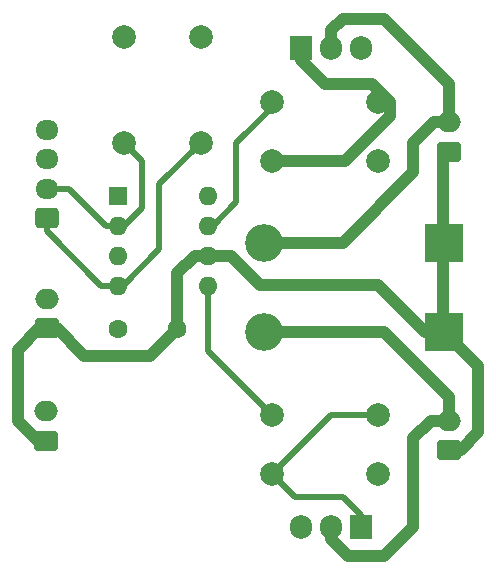
<source format=gtl>
G04 #@! TF.GenerationSoftware,KiCad,Pcbnew,(6.0.7)*
G04 #@! TF.CreationDate,2023-03-09T18:45:31+00:00*
G04 #@! TF.ProjectId,solenoid_driver,736f6c65-6e6f-4696-945f-647269766572,rev?*
G04 #@! TF.SameCoordinates,Original*
G04 #@! TF.FileFunction,Copper,L1,Top*
G04 #@! TF.FilePolarity,Positive*
%FSLAX46Y46*%
G04 Gerber Fmt 4.6, Leading zero omitted, Abs format (unit mm)*
G04 Created by KiCad (PCBNEW (6.0.7)) date 2023-03-09 18:45:31*
%MOMM*%
%LPD*%
G01*
G04 APERTURE LIST*
G04 Aperture macros list*
%AMRoundRect*
0 Rectangle with rounded corners*
0 $1 Rounding radius*
0 $2 $3 $4 $5 $6 $7 $8 $9 X,Y pos of 4 corners*
0 Add a 4 corners polygon primitive as box body*
4,1,4,$2,$3,$4,$5,$6,$7,$8,$9,$2,$3,0*
0 Add four circle primitives for the rounded corners*
1,1,$1+$1,$2,$3*
1,1,$1+$1,$4,$5*
1,1,$1+$1,$6,$7*
1,1,$1+$1,$8,$9*
0 Add four rect primitives between the rounded corners*
20,1,$1+$1,$2,$3,$4,$5,0*
20,1,$1+$1,$4,$5,$6,$7,0*
20,1,$1+$1,$6,$7,$8,$9,0*
20,1,$1+$1,$8,$9,$2,$3,0*%
G04 Aperture macros list end*
G04 #@! TA.AperFunction,ComponentPad*
%ADD10R,1.600000X1.600000*%
G04 #@! TD*
G04 #@! TA.AperFunction,ComponentPad*
%ADD11O,1.600000X1.600000*%
G04 #@! TD*
G04 #@! TA.AperFunction,ComponentPad*
%ADD12C,2.000000*%
G04 #@! TD*
G04 #@! TA.AperFunction,ComponentPad*
%ADD13C,1.600000*%
G04 #@! TD*
G04 #@! TA.AperFunction,ComponentPad*
%ADD14RoundRect,0.250000X0.725000X-0.600000X0.725000X0.600000X-0.725000X0.600000X-0.725000X-0.600000X0*%
G04 #@! TD*
G04 #@! TA.AperFunction,ComponentPad*
%ADD15O,1.950000X1.700000*%
G04 #@! TD*
G04 #@! TA.AperFunction,ComponentPad*
%ADD16O,3.200000X3.200000*%
G04 #@! TD*
G04 #@! TA.AperFunction,ComponentPad*
%ADD17R,3.200000X3.200000*%
G04 #@! TD*
G04 #@! TA.AperFunction,ComponentPad*
%ADD18O,2.000000X1.700000*%
G04 #@! TD*
G04 #@! TA.AperFunction,ComponentPad*
%ADD19RoundRect,0.250000X0.750000X-0.600000X0.750000X0.600000X-0.750000X0.600000X-0.750000X-0.600000X0*%
G04 #@! TD*
G04 #@! TA.AperFunction,ComponentPad*
%ADD20R,1.905000X2.000000*%
G04 #@! TD*
G04 #@! TA.AperFunction,ComponentPad*
%ADD21O,1.905000X2.000000*%
G04 #@! TD*
G04 #@! TA.AperFunction,Conductor*
%ADD22C,1.000000*%
G04 #@! TD*
G04 #@! TA.AperFunction,Conductor*
%ADD23C,0.500000*%
G04 #@! TD*
G04 APERTURE END LIST*
D10*
X123000000Y-96950000D03*
D11*
X123000000Y-99490000D03*
X123000000Y-102030000D03*
X123000000Y-104570000D03*
X130620000Y-104570000D03*
X130620000Y-102030000D03*
X130620000Y-99490000D03*
X130620000Y-96950000D03*
D12*
X123500000Y-83500000D03*
X123500000Y-92500000D03*
X130000000Y-83500000D03*
X130000000Y-92500000D03*
D13*
X127950000Y-108250000D03*
X122950000Y-108250000D03*
D14*
X116975000Y-98873000D03*
D15*
X116975000Y-96373000D03*
X116975000Y-93873000D03*
X116975000Y-91373000D03*
D12*
X145000000Y-120500000D03*
X136000000Y-120500000D03*
D16*
X135380000Y-101000000D03*
D17*
X150620000Y-101000000D03*
X150620000Y-108500000D03*
D16*
X135380000Y-108500000D03*
D18*
X151000000Y-116000000D03*
D19*
X151000000Y-118500000D03*
D20*
X138493500Y-84500000D03*
D21*
X141033500Y-84500000D03*
X143573500Y-84500000D03*
X138460000Y-125055000D03*
X141000000Y-125055000D03*
D20*
X143540000Y-125055000D03*
D12*
X145000000Y-94000000D03*
X136000000Y-94000000D03*
D18*
X116997500Y-105684000D03*
D19*
X116997500Y-108184000D03*
X151000000Y-93250000D03*
D18*
X151000000Y-90750000D03*
D12*
X136000000Y-115500000D03*
X145000000Y-115500000D03*
X145000000Y-89000000D03*
X136000000Y-89000000D03*
D19*
X116934000Y-117729000D03*
D18*
X116934000Y-115229000D03*
D22*
X114500000Y-116000000D02*
X116229000Y-117729000D01*
X116229000Y-117729000D02*
X116934000Y-117729000D01*
X117816000Y-108184000D02*
X116316000Y-108184000D01*
X114500000Y-110000000D02*
X114500000Y-116000000D01*
X127950000Y-108250000D02*
X125700000Y-110500000D01*
X125700000Y-110500000D02*
X120132000Y-110500000D01*
X120132000Y-110500000D02*
X117816000Y-108184000D01*
X116316000Y-108184000D02*
X114500000Y-110000000D01*
D23*
X121990000Y-99490000D02*
X123000000Y-99490000D01*
X118873000Y-96373000D02*
X121990000Y-99490000D01*
X116975000Y-96373000D02*
X118873000Y-96373000D01*
X126500000Y-96000000D02*
X130000000Y-92500000D01*
X126500000Y-101510000D02*
X126500000Y-96000000D01*
X116975000Y-99975000D02*
X121570000Y-104570000D01*
X121570000Y-104570000D02*
X123440000Y-104570000D01*
X116975000Y-98873000D02*
X116975000Y-99975000D01*
X123440000Y-104570000D02*
X126500000Y-101510000D01*
D22*
X145500000Y-108500000D02*
X151000000Y-114000000D01*
X151000000Y-114000000D02*
X151000000Y-116000000D01*
X135380000Y-108500000D02*
X145500000Y-108500000D01*
X149750000Y-90750000D02*
X151000000Y-90750000D01*
X148000000Y-95000000D02*
X148000000Y-92500000D01*
X142000000Y-101000000D02*
X148000000Y-95000000D01*
X135380000Y-101000000D02*
X142000000Y-101000000D01*
X148000000Y-92500000D02*
X149750000Y-90750000D01*
X152000000Y-118500000D02*
X151000000Y-118500000D01*
X153500000Y-117000000D02*
X152000000Y-118500000D01*
X153500000Y-111380000D02*
X153500000Y-117000000D01*
X150500000Y-108380000D02*
X153500000Y-111380000D01*
X151000000Y-93250000D02*
X150500000Y-93750000D01*
X150500000Y-93750000D02*
X150500000Y-108380000D01*
X145000000Y-104500000D02*
X149000000Y-108500000D01*
X149000000Y-108500000D02*
X150620000Y-108500000D01*
X132530000Y-102030000D02*
X135000000Y-104500000D01*
X130620000Y-102030000D02*
X132530000Y-102030000D01*
X135000000Y-104500000D02*
X145000000Y-104500000D01*
D23*
X133000000Y-92500000D02*
X136500000Y-89000000D01*
X133000000Y-97500000D02*
X133000000Y-92500000D01*
X131010000Y-99490000D02*
X133000000Y-97500000D01*
X130620000Y-99490000D02*
X131010000Y-99490000D01*
X142000000Y-122500000D02*
X143540000Y-124040000D01*
X138000000Y-122500000D02*
X142000000Y-122500000D01*
X143540000Y-124040000D02*
X143540000Y-125055000D01*
X136000000Y-120500000D02*
X138000000Y-122500000D01*
X141000000Y-115500000D02*
X145000000Y-115500000D01*
X136000000Y-120500000D02*
X141000000Y-115500000D01*
X130620000Y-110120000D02*
X130620000Y-104570000D01*
X136000000Y-115500000D02*
X130620000Y-110120000D01*
D22*
X141033500Y-82966500D02*
X141033500Y-84500000D01*
X142000000Y-82000000D02*
X141033500Y-82966500D01*
X145500000Y-82000000D02*
X142000000Y-82000000D01*
X151000000Y-90750000D02*
X151000000Y-87500000D01*
X151000000Y-87500000D02*
X145500000Y-82000000D01*
X145500000Y-127500000D02*
X148000000Y-125000000D01*
X142500000Y-127500000D02*
X145500000Y-127500000D01*
X148000000Y-117500000D02*
X149500000Y-116000000D01*
X149500000Y-116000000D02*
X151000000Y-116000000D01*
X141000000Y-126000000D02*
X142500000Y-127500000D01*
X148000000Y-125000000D02*
X148000000Y-117500000D01*
X141000000Y-125000000D02*
X141000000Y-126000000D01*
X129470000Y-102030000D02*
X130620000Y-102030000D01*
X127950000Y-103550000D02*
X129470000Y-102030000D01*
X127950000Y-108250000D02*
X127950000Y-103550000D01*
D23*
X125000000Y-97995000D02*
X125000000Y-94000000D01*
X125000000Y-94000000D02*
X123500000Y-92500000D01*
X123505000Y-99490000D02*
X125000000Y-97995000D01*
X123000000Y-99490000D02*
X123505000Y-99490000D01*
D22*
X146000000Y-90250000D02*
X142250000Y-94000000D01*
X146000000Y-89000000D02*
X146000000Y-90250000D01*
X142250000Y-94000000D02*
X136500000Y-94000000D01*
X144500000Y-87500000D02*
X146000000Y-89000000D01*
X140500000Y-87500000D02*
X144500000Y-87500000D01*
X138493500Y-85493500D02*
X140500000Y-87500000D01*
X138493500Y-84500000D02*
X138493500Y-85493500D01*
M02*

</source>
